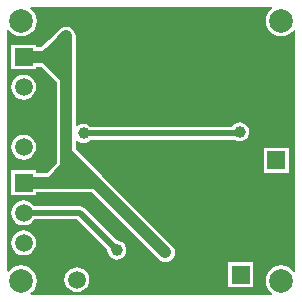
<source format=gbl>
G04 Layer_Physical_Order=2*
G04 Layer_Color=16711680*
%FSLAX42Y42*%
%MOMM*%
G71*
G01*
G75*
%ADD16C,0.50*%
%ADD17C,1.00*%
%ADD20C,2.00*%
%ADD21R,1.50X1.50*%
%ADD22C,1.50*%
%ADD23R,1.50X1.50*%
%ADD24C,1.00*%
G36*
X3425Y3346D02*
X3407Y3333D01*
X3386Y3306D01*
X3373Y3274D01*
X3369Y3240D01*
X3373Y3206D01*
X3386Y3174D01*
X3407Y3147D01*
X3434Y3126D01*
X3466Y3113D01*
X3500Y3109D01*
X3534Y3113D01*
X3566Y3126D01*
X3593Y3147D01*
X3606Y3165D01*
X3619Y3161D01*
Y1119D01*
X3606Y1115D01*
X3593Y1133D01*
X3566Y1154D01*
X3534Y1167D01*
X3500Y1171D01*
X3466Y1167D01*
X3434Y1154D01*
X3407Y1133D01*
X3386Y1106D01*
X3373Y1074D01*
X3369Y1040D01*
X3373Y1006D01*
X3386Y974D01*
X3407Y947D01*
X3425Y934D01*
X3421Y921D01*
X1379D01*
X1375Y934D01*
X1393Y947D01*
X1414Y974D01*
X1427Y1006D01*
X1431Y1040D01*
X1427Y1074D01*
X1414Y1106D01*
X1393Y1133D01*
X1366Y1154D01*
X1334Y1167D01*
X1300Y1171D01*
X1266Y1167D01*
X1234Y1154D01*
X1207Y1133D01*
X1194Y1115D01*
X1181Y1119D01*
Y3161D01*
X1194Y3165D01*
X1207Y3147D01*
X1234Y3126D01*
X1266Y3113D01*
X1300Y3109D01*
X1334Y3113D01*
X1366Y3126D01*
X1393Y3147D01*
X1414Y3174D01*
X1427Y3206D01*
X1431Y3240D01*
X1427Y3274D01*
X1414Y3306D01*
X1393Y3333D01*
X1375Y3346D01*
X1379Y3359D01*
X3421D01*
X3425Y3346D01*
D02*
G37*
%LPC*%
G36*
X1320Y1722D02*
X1293Y1718D01*
X1267Y1708D01*
X1245Y1691D01*
X1228Y1669D01*
X1218Y1643D01*
X1214Y1616D01*
X1218Y1589D01*
X1228Y1563D01*
X1245Y1541D01*
X1267Y1524D01*
X1293Y1514D01*
X1320Y1510D01*
X1347Y1514D01*
X1373Y1524D01*
X1395Y1541D01*
X1409Y1560D01*
X1771D01*
X2029Y1301D01*
X2029Y1300D01*
X2032Y1279D01*
X2040Y1260D01*
X2053Y1243D01*
X2070Y1230D01*
X2089Y1222D01*
X2110Y1219D01*
X2131Y1222D01*
X2150Y1230D01*
X2167Y1243D01*
X2180Y1260D01*
X2188Y1279D01*
X2191Y1300D01*
X2188Y1321D01*
X2180Y1340D01*
X2167Y1357D01*
X2150Y1370D01*
X2131Y1378D01*
X2110Y1381D01*
X2109Y1381D01*
X1834Y1656D01*
X1815Y1668D01*
X1794Y1672D01*
X1409D01*
X1395Y1691D01*
X1373Y1708D01*
X1347Y1718D01*
X1320Y1722D01*
D02*
G37*
G36*
Y1468D02*
X1293Y1464D01*
X1267Y1454D01*
X1245Y1437D01*
X1228Y1415D01*
X1218Y1389D01*
X1214Y1362D01*
X1218Y1335D01*
X1228Y1309D01*
X1245Y1287D01*
X1267Y1270D01*
X1293Y1260D01*
X1320Y1256D01*
X1347Y1260D01*
X1373Y1270D01*
X1395Y1287D01*
X1412Y1309D01*
X1422Y1335D01*
X1426Y1362D01*
X1422Y1389D01*
X1412Y1415D01*
X1395Y1437D01*
X1373Y1454D01*
X1347Y1464D01*
X1320Y1468D01*
D02*
G37*
G36*
X1770Y1156D02*
X1743Y1152D01*
X1717Y1142D01*
X1695Y1125D01*
X1678Y1103D01*
X1668Y1077D01*
X1664Y1050D01*
X1668Y1023D01*
X1678Y997D01*
X1695Y975D01*
X1717Y958D01*
X1743Y948D01*
X1770Y944D01*
X1797Y948D01*
X1823Y958D01*
X1845Y975D01*
X1862Y997D01*
X1872Y1023D01*
X1876Y1050D01*
X1872Y1077D01*
X1862Y1103D01*
X1845Y1125D01*
X1823Y1142D01*
X1797Y1152D01*
X1770Y1156D01*
D02*
G37*
G36*
X3264Y1197D02*
X3054D01*
Y987D01*
X3264D01*
Y1197D01*
D02*
G37*
G36*
X1320Y2786D02*
X1293Y2782D01*
X1267Y2772D01*
X1245Y2755D01*
X1228Y2733D01*
X1218Y2707D01*
X1214Y2680D01*
X1218Y2653D01*
X1228Y2627D01*
X1245Y2605D01*
X1267Y2588D01*
X1293Y2578D01*
X1320Y2574D01*
X1347Y2578D01*
X1373Y2588D01*
X1395Y2605D01*
X1412Y2627D01*
X1422Y2653D01*
X1426Y2680D01*
X1422Y2707D01*
X1412Y2733D01*
X1395Y2755D01*
X1373Y2772D01*
X1347Y2782D01*
X1320Y2786D01*
D02*
G37*
G36*
X1680Y3191D02*
X1659Y3188D01*
X1640Y3180D01*
X1623Y3167D01*
X1535Y3079D01*
X1471Y3015D01*
X1425D01*
Y3039D01*
X1215D01*
Y2829D01*
X1425D01*
Y2853D01*
X1471D01*
X1600Y2724D01*
Y2122D01*
X1599Y2120D01*
Y2033D01*
X1517Y1951D01*
X1425D01*
Y1975D01*
X1215D01*
Y1765D01*
X1425D01*
Y1789D01*
X1897D01*
X2463Y1223D01*
X2480Y1210D01*
X2499Y1202D01*
X2520Y1199D01*
X2541Y1202D01*
X2560Y1210D01*
X2577Y1223D01*
X2590Y1240D01*
X2598Y1259D01*
X2601Y1280D01*
X2598Y1301D01*
X2590Y1320D01*
X2577Y1337D01*
X1987Y1927D01*
X1987Y1927D01*
X1761Y2153D01*
Y2221D01*
X1774Y2227D01*
X1786Y2217D01*
X1806Y2209D01*
X1827Y2207D01*
X1847Y2209D01*
X1867Y2217D01*
X1884Y2230D01*
X1884Y2231D01*
X3107D01*
X3108Y2230D01*
X3128Y2222D01*
X3148Y2219D01*
X3169Y2222D01*
X3189Y2230D01*
X3205Y2243D01*
X3218Y2260D01*
X3226Y2279D01*
X3229Y2300D01*
X3226Y2321D01*
X3218Y2340D01*
X3205Y2357D01*
X3189Y2370D01*
X3169Y2378D01*
X3148Y2381D01*
X3128Y2378D01*
X3108Y2370D01*
X3091Y2357D01*
X3081Y2343D01*
X1884D01*
X1884Y2344D01*
X1867Y2357D01*
X1847Y2365D01*
X1827Y2368D01*
X1806Y2365D01*
X1786Y2357D01*
X1774Y2347D01*
X1761Y2353D01*
Y2760D01*
X1761Y2762D01*
Y2870D01*
Y3110D01*
X1758Y3131D01*
X1750Y3150D01*
X1737Y3167D01*
X1720Y3180D01*
X1701Y3188D01*
X1680Y3191D01*
D02*
G37*
G36*
X3565Y2165D02*
X3355D01*
Y1955D01*
X3565D01*
Y2165D01*
D02*
G37*
G36*
X1320Y2278D02*
X1293Y2274D01*
X1267Y2264D01*
X1245Y2247D01*
X1228Y2225D01*
X1218Y2199D01*
X1214Y2172D01*
X1218Y2145D01*
X1228Y2119D01*
X1245Y2097D01*
X1267Y2080D01*
X1293Y2070D01*
X1320Y2066D01*
X1347Y2070D01*
X1373Y2080D01*
X1395Y2097D01*
X1412Y2119D01*
X1422Y2145D01*
X1426Y2172D01*
X1422Y2199D01*
X1412Y2225D01*
X1395Y2247D01*
X1373Y2264D01*
X1347Y2274D01*
X1320Y2278D01*
D02*
G37*
%LPD*%
D16*
X1827Y2287D02*
X3136D01*
X3148Y2300D01*
X1320Y1616D02*
X1794D01*
X2110Y1300D01*
D17*
X3045Y1537D02*
X3046Y1538D01*
X2067Y2000D02*
Y2006D01*
X1680Y2120D02*
X1680Y2120D01*
Y2760D01*
X1549Y2625D02*
X1550D01*
X1680Y2760D02*
X1680Y2760D01*
X1550Y1870D02*
X1610D01*
X1320D02*
X1550D01*
X1680Y2000D02*
Y2120D01*
X1550Y1870D02*
X1680Y2000D01*
X1810Y1870D02*
X1930D01*
X1610D02*
X1810D01*
X1680Y1940D02*
Y2000D01*
X1810Y1870D01*
X1930D02*
X2520Y1280D01*
X1680Y2120D02*
X1930Y1870D01*
X1680Y2760D02*
Y2870D01*
X1504Y2934D02*
X1678Y2760D01*
X1680D01*
X1504Y2934D02*
X1592Y3022D01*
X1616Y2934D02*
X1674D01*
X1616D02*
X1680Y2870D01*
X1592Y2958D02*
X1616Y2934D01*
X1320D02*
X1504D01*
X1610Y1870D02*
X1680Y1940D01*
Y2870D02*
Y3110D01*
X1592Y2958D02*
Y3022D01*
X1680Y3110D01*
X1504Y2934D02*
X1616D01*
D20*
X1300Y1040D02*
D03*
X3500D02*
D03*
Y3240D02*
D03*
X1300D02*
D03*
D21*
X3159Y1092D02*
D03*
X1320Y2934D02*
D03*
Y1870D02*
D03*
X3460Y2060D02*
D03*
D22*
X1320Y2680D02*
D03*
Y2426D02*
D03*
Y2172D02*
D03*
Y1616D02*
D03*
Y1362D02*
D03*
X3460Y2314D02*
D03*
X1770Y1050D02*
D03*
D23*
X2024D02*
D03*
D24*
X3045Y1537D02*
D03*
X2840Y2120D02*
D03*
X2067Y2000D02*
D03*
X1827Y2287D02*
D03*
X2305Y2419D02*
D03*
X1892Y2620D02*
D03*
X1550Y2625D02*
D03*
X2520Y1280D02*
D03*
X1600Y3020D02*
D03*
X1680Y3110D02*
D03*
X2110Y1300D02*
D03*
X3148Y2300D02*
D03*
M02*

</source>
